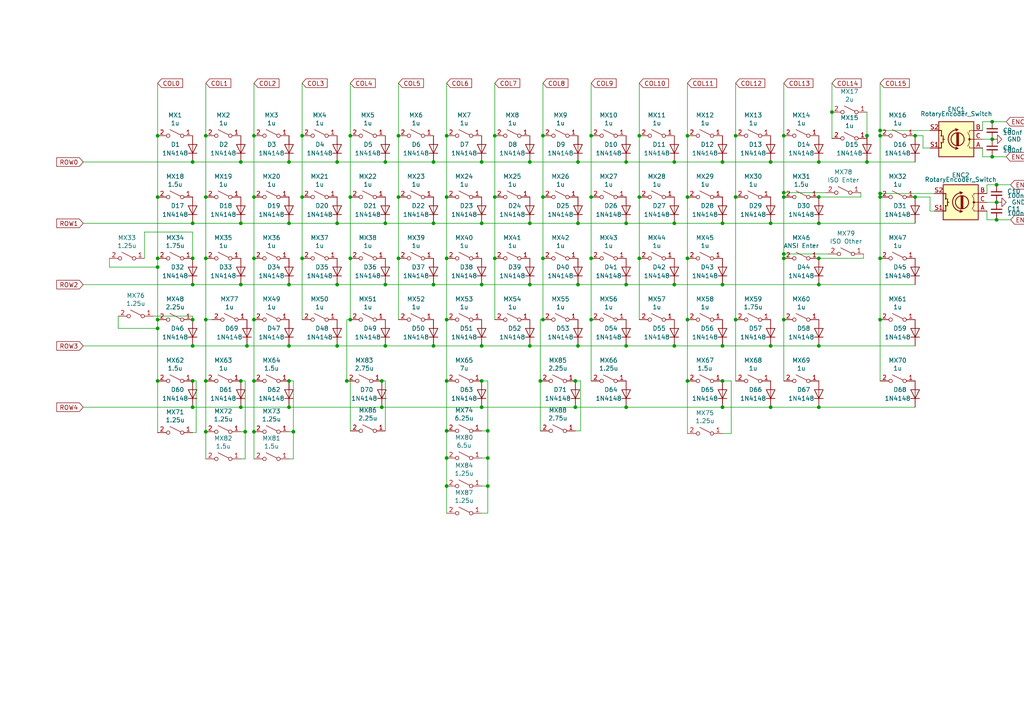
<source format=kicad_sch>
(kicad_sch (version 20220104) (generator eeschema)
  (paper "A4")
  (title_block (title "Bakeneko 65 V3") (date "2020-08-01") (rev "1") (comment 1 "Copyright © 2020 kkatano") (comment 2 "MIT License"))
  (junction (at 195.58 100.33))
  (junction (at 83.82 118.11))
  (junction (at 171.45 57.15))
  (junction (at 181.61 46.99))
  (junction (at 59.69 57.15))
  (junction (at 125.73 82.55))
  (junction (at 287.782 40.386))
  (junction (at 255.27 57.15))
  (junction (at 237.49 74.93))
  (junction (at 213.36 57.15))
  (junction (at 209.55 82.55))
  (junction (at 141.478 124.968))
  (junction (at 71.12 125.222))
  (junction (at 213.36 92.71))
  (junction (at 167.64 64.77))
  (junction (at 59.69 74.93))
  (junction (at 227.33 55.88))
  (junction (at 255.27 92.71))
  (junction (at 209.55 100.33))
  (junction (at 45.72 39.37))
  (junction (at 265.43 57.15))
  (junction (at 223.52 100.33))
  (junction (at 55.88 110.49))
  (junction (at 71.628 100.33))
  (junction (at 87.63 74.93))
  (junction (at 55.88 92.71))
  (junction (at 45.72 74.93))
  (junction (at 97.79 82.55))
  (junction (at 237.49 118.11))
  (junction (at 289.052 58.674))
  (junction (at 73.66 39.37))
  (junction (at 69.85 118.11))
  (junction (at 101.6 39.37))
  (junction (at 110.744 110.49))
  (junction (at 199.39 110.49))
  (junction (at 199.39 57.15))
  (junction (at 157.48 39.37))
  (junction (at 157.48 57.15))
  (junction (at 251.46 39.37))
  (junction (at 125.73 64.77))
  (junction (at 185.42 39.37))
  (junction (at 97.79 64.77))
  (junction (at 55.88 74.93))
  (junction (at 59.69 92.71))
  (junction (at 153.67 82.55))
  (junction (at 55.88 64.77))
  (junction (at 87.63 39.37))
  (junction (at 100.584 110.49))
  (junction (at 167.64 46.99))
  (junction (at 59.69 110.49))
  (junction (at 129.54 124.968))
  (junction (at 223.52 64.77))
  (junction (at 223.52 118.11))
  (junction (at 73.66 74.93))
  (junction (at 195.58 64.77))
  (junction (at 143.51 57.15))
  (junction (at 139.7 100.33))
  (junction (at 227.33 74.93))
  (junction (at 255.27 39.37))
  (junction (at 69.85 46.99))
  (junction (at 209.55 64.77))
  (junction (at 125.73 46.99))
  (junction (at 167.64 100.33))
  (junction (at 83.82 64.77))
  (junction (at 125.73 100.33))
  (junction (at 251.46 46.99))
  (junction (at 139.7 46.99))
  (junction (at 97.79 100.33))
  (junction (at 181.61 82.55))
  (junction (at 156.718 110.49))
  (junction (at 55.88 100.33))
  (junction (at 69.85 64.77))
  (junction (at 237.49 57.15))
  (junction (at 287.782 45.466))
  (junction (at 141.478 140.97))
  (junction (at 111.76 46.99))
  (junction (at 181.61 100.33))
  (junction (at 111.76 64.77))
  (junction (at 265.43 39.37))
  (junction (at 199.39 39.37))
  (junction (at 287.782 35.306))
  (junction (at 141.478 132.842))
  (junction (at 83.82 46.99))
  (junction (at 129.54 140.97))
  (junction (at 97.79 46.99))
  (junction (at 139.7 118.11))
  (junction (at 143.51 39.37))
  (junction (at 73.66 125.222))
  (junction (at 55.88 82.55))
  (junction (at 237.49 100.33))
  (junction (at 181.61 64.77))
  (junction (at 209.55 46.99))
  (junction (at 45.72 92.71))
  (junction (at 110.744 118.11))
  (junction (at 73.66 110.49))
  (junction (at 101.6 74.93))
  (junction (at 129.54 110.49))
  (junction (at 227.33 73.66))
  (junction (at 181.61 118.11))
  (junction (at 45.72 57.15))
  (junction (at 241.3 32.512))
  (junction (at 213.36 39.37))
  (junction (at 166.878 110.49))
  (junction (at 227.33 57.15))
  (junction (at 83.82 110.49))
  (junction (at 195.58 46.99))
  (junction (at 45.72 110.49))
  (junction (at 195.58 82.55))
  (junction (at 59.69 125.222))
  (junction (at 45.72 77.47))
  (junction (at 87.63 57.15))
  (junction (at 55.88 46.99))
  (junction (at 83.82 100.33))
  (junction (at 129.54 132.842))
  (junction (at 289.052 53.594))
  (junction (at 223.52 46.99))
  (junction (at 69.85 110.49))
  (junction (at 111.76 100.33))
  (junction (at 83.82 82.55))
  (junction (at 129.54 39.37))
  (junction (at 157.48 92.71))
  (junction (at 209.55 110.49))
  (junction (at 185.42 74.93))
  (junction (at 139.7 110.49))
  (junction (at 153.67 46.99))
  (junction (at 55.88 118.11))
  (junction (at 69.85 82.55))
  (junction (at 209.55 118.11))
  (junction (at 199.39 92.71))
  (junction (at 289.052 63.754))
  (junction (at 199.39 74.93))
  (junction (at 166.878 118.11))
  (junction (at 101.6 92.71))
  (junction (at 157.48 74.93))
  (junction (at 139.7 82.55))
  (junction (at 115.57 74.93))
  (junction (at 111.76 82.55))
  (junction (at 227.33 92.71))
  (junction (at 185.42 57.15))
  (junction (at 45.72 95.25))
  (junction (at 143.51 74.93))
  (junction (at 115.57 39.37))
  (junction (at 171.45 74.93))
  (junction (at 115.57 57.15))
  (junction (at 129.54 57.15))
  (junction (at 237.49 46.99))
  (junction (at 255.27 37.846))
  (junction (at 255.27 56.134))
  (junction (at 101.6 57.15))
  (junction (at 237.49 64.77))
  (junction (at 129.54 92.71))
  (junction (at 171.45 92.71))
  (junction (at 167.64 82.55))
  (junction (at 129.54 74.93))
  (junction (at 227.33 39.37))
  (junction (at 153.67 64.77))
  (junction (at 139.7 64.77))
  (junction (at 237.49 82.55))
  (junction (at 153.67 100.33))
  (junction (at 171.45 39.37))
  (junction (at 255.27 74.93))
  (junction (at 73.66 92.71))
  (junction (at 73.66 57.15))
  (junction (at 85.09 125.222))
  (junction (at 59.69 39.37))
  (wire (pts (xy 31.75 74.93) (xy 31.75 77.47)))
  (wire (pts (xy 125.73 46.99) (xy 111.76 46.99)))
  (wire (pts (xy 237.49 46.99) (xy 223.52 46.99)))
  (wire (pts (xy 185.42 57.15) (xy 185.42 74.93)))
  (wire (pts (xy 241.3 32.512) (xy 241.3 40.132)))
  (wire (pts (xy 139.7 124.968) (xy 141.478 124.968)))
  (wire (pts (xy 199.39 110.49) (xy 199.39 125.73)))
  (wire (pts (xy 100.584 92.71) (xy 101.6 92.71)))
  (wire (pts (xy 73.66 125.222) (xy 73.66 133.096)))
  (wire (pts (xy 45.72 77.47) (xy 45.72 92.71)))
  (wire (pts (xy 55.88 64.77) (xy 24.13 64.77)))
  (wire (pts (xy 199.39 92.71) (xy 199.39 74.93)))
  (wire (pts (xy 181.61 64.77) (xy 195.58 64.77)))
  (wire (pts (xy 227.33 92.71) (xy 227.33 74.93)))
  (wire (pts (xy 227.33 39.37) (xy 227.33 55.88)))
  (wire (pts (xy 255.27 56.134) (xy 271.018 56.134)))
  (wire (pts (xy 157.48 57.15) (xy 157.48 39.37)))
  (wire (pts (xy 139.7 132.842) (xy 141.478 132.842)))
  (wire (pts (xy 24.13 100.33) (xy 55.88 100.33)))
  (wire (pts (xy 129.54 74.93) (xy 129.54 92.71)))
  (wire (pts (xy 213.36 92.71) (xy 213.36 110.49)))
  (wire (pts (xy 199.39 74.93) (xy 199.39 57.15)))
  (wire (pts (xy 153.67 82.55) (xy 139.7 82.55)))
  (wire (pts (xy 171.45 74.93) (xy 171.45 92.71)))
  (wire (pts (xy 209.55 82.55) (xy 195.58 82.55)))
  (wire (pts (xy 223.52 64.77) (xy 237.49 64.77)))
  (wire (pts (xy 251.46 32.512) (xy 251.46 39.37)))
  (wire (pts (xy 87.63 74.93) (xy 87.63 57.15)))
  (wire (pts (xy 209.55 125.73) (xy 212.09 125.73)))
  (wire (pts (xy 59.69 92.71) (xy 61.468 92.71)))
  (wire (pts (xy 129.54 132.842) (xy 129.54 140.97)))
  (wire (pts (xy 250.444 74.93) (xy 237.49 74.93)))
  (wire (pts (xy 156.718 110.49) (xy 156.718 92.71)))
  (wire (pts (xy 69.85 125.222) (xy 71.12 125.222)))
  (wire (pts (xy 265.43 46.99) (xy 251.46 46.99)))
  (wire (pts (xy 227.33 57.15) (xy 227.33 73.66)))
  (wire (pts (xy 24.13 118.11) (xy 55.88 118.11)))
  (wire (pts (xy 156.718 92.71) (xy 157.48 92.71)))
  (wire (pts (xy 153.67 46.99) (xy 139.7 46.99)))
  (wire (pts (xy 24.13 46.99) (xy 55.88 46.99)))
  (wire (pts (xy 212.09 110.49) (xy 209.55 110.49)))
  (wire (pts (xy 157.48 39.37) (xy 157.48 24.13)))
  (wire (pts (xy 101.6 124.968) (xy 101.6 110.49)))
  (wire (pts (xy 237.49 64.77) (xy 265.43 64.77)))
  (wire (pts (xy 125.73 100.33) (xy 139.7 100.33)))
  (wire (pts (xy 115.57 74.93) (xy 115.57 57.15)))
  (wire (pts (xy 110.744 118.11) (xy 83.82 118.11)))
  (wire (pts (xy 195.58 46.99) (xy 181.61 46.99)))
  (wire (pts (xy 286.258 58.674) (xy 289.052 58.674)))
  (wire (pts (xy 166.878 110.49) (xy 168.402 110.49)))
  (wire (pts (xy 24.13 82.55) (xy 55.88 82.55)))
  (wire (pts (xy 255.27 24.13) (xy 255.27 37.846)))
  (wire (pts (xy 223.52 46.99) (xy 209.55 46.99)))
  (wire (pts (xy 45.72 110.49) (xy 45.72 125.476)))
  (wire (pts (xy 139.7 140.97) (xy 141.478 140.97)))
  (wire (pts (xy 55.88 100.33) (xy 71.628 100.33)))
  (wire (pts (xy 97.79 100.33) (xy 111.76 100.33)))
  (wire (pts (xy 181.61 118.11) (xy 209.55 118.11)))
  (wire (pts (xy 241.3 24.13) (xy 241.3 32.512)))
  (wire (pts (xy 129.54 24.13) (xy 129.54 39.37)))
  (wire (pts (xy 209.55 82.55) (xy 237.49 82.55)))
  (wire (pts (xy 269.748 57.15) (xy 265.43 57.15)))
  (wire (pts (xy 101.6 39.37) (xy 101.6 57.15)))
  (wire (pts (xy 227.33 55.88) (xy 227.33 57.15)))
  (wire (pts (xy 289.052 58.674) (xy 289.306 58.674)))
  (wire (pts (xy 125.73 82.55) (xy 111.76 82.55)))
  (wire (pts (xy 73.66 92.71) (xy 73.66 110.49)))
  (wire (pts (xy 171.45 24.13) (xy 171.45 39.37)))
  (wire (pts (xy 129.54 140.97) (xy 129.54 148.844)))
  (wire (pts (xy 199.39 57.15) (xy 199.39 39.37)))
  (wire (pts (xy 157.48 74.93) (xy 157.48 57.15)))
  (wire (pts (xy 223.52 118.11) (xy 209.55 118.11)))
  (wire (pts (xy 249.682 55.88) (xy 249.682 57.15)))
  (wire (pts (xy 31.75 77.47) (xy 45.72 77.47)))
  (wire (pts (xy 157.48 92.71) (xy 157.48 74.93)))
  (wire (pts (xy 284.988 40.386) (xy 287.782 40.386)))
  (wire (pts (xy 45.72 74.93) (xy 45.72 77.47)))
  (wire (pts (xy 271.018 61.214) (xy 269.748 61.214)))
  (wire (pts (xy 59.69 74.93) (xy 59.69 92.71)))
  (wire (pts (xy 101.6 57.15) (xy 101.6 74.93)))
  (wire (pts (xy 255.27 92.71) (xy 255.27 110.49)))
  (wire (pts (xy 55.88 67.31) (xy 55.88 74.93)))
  (wire (pts (xy 100.584 110.49) (xy 100.584 92.71)))
  (wire (pts (xy 213.36 24.13) (xy 213.36 39.37)))
  (wire (pts (xy 237.49 100.33) (xy 265.43 100.33)))
  (wire (pts (xy 141.478 148.844) (xy 139.7 148.844)))
  (wire (pts (xy 115.57 57.15) (xy 115.57 39.37)))
  (wire (pts (xy 166.878 118.11) (xy 139.7 118.11)))
  (wire (pts (xy 111.76 64.77) (xy 125.73 64.77)))
  (wire (pts (xy 255.27 56.134) (xy 255.27 57.15)))
  (wire (pts (xy 141.478 110.49) (xy 141.478 124.968)))
  (wire (pts (xy 59.69 92.71) (xy 59.69 110.49)))
  (wire (pts (xy 69.85 46.99) (xy 55.88 46.99)))
  (wire (pts (xy 41.91 67.31) (xy 55.88 67.31)))
  (wire (pts (xy 223.52 100.33) (xy 237.49 100.33)))
  (wire (pts (xy 269.748 42.926) (xy 267.716 42.926)))
  (wire (pts (xy 168.402 110.49) (xy 168.402 124.968)))
  (wire (pts (xy 167.64 46.99) (xy 153.67 46.99)))
  (wire (pts (xy 227.33 73.66) (xy 227.33 74.93)))
  (wire (pts (xy 115.57 92.71) (xy 115.57 74.93)))
  (wire (pts (xy 45.72 24.13) (xy 45.72 39.37)))
  (wire (pts (xy 291.846 35.306) (xy 287.782 35.306)))
  (wire (pts (xy 293.116 53.594) (xy 289.052 53.594)))
  (wire (pts (xy 167.64 64.77) (xy 181.61 64.77)))
  (wire (pts (xy 227.33 55.88) (xy 239.522 55.88)))
  (wire (pts (xy 251.46 46.99) (xy 237.49 46.99)))
  (wire (pts (xy 87.63 39.37) (xy 87.63 24.13)))
  (wire (pts (xy 209.55 64.77) (xy 223.52 64.77)))
  (wire (pts (xy 284.988 35.306) (xy 284.988 37.846)))
  (wire (pts (xy 227.33 24.13) (xy 227.33 39.37)))
  (wire (pts (xy 73.66 74.93) (xy 73.66 92.71)))
  (wire (pts (xy 209.55 100.33) (xy 223.52 100.33)))
  (wire (pts (xy 83.82 100.33) (xy 97.79 100.33)))
  (wire (pts (xy 85.09 110.49) (xy 83.82 110.49)))
  (wire (pts (xy 167.64 100.33) (xy 181.61 100.33)))
  (wire (pts (xy 69.85 118.11) (xy 55.88 118.11)))
  (wire (pts (xy 45.72 92.71) (xy 45.72 95.25)))
  (wire (pts (xy 195.58 82.55) (xy 181.61 82.55)))
  (wire (pts (xy 269.748 61.214) (xy 269.748 57.15)))
  (wire (pts (xy 195.58 100.33) (xy 209.55 100.33)))
  (wire (pts (xy 73.66 110.49) (xy 73.66 125.222)))
  (wire (pts (xy 45.72 39.37) (xy 45.72 57.15)))
  (wire (pts (xy 125.73 64.77) (xy 139.7 64.77)))
  (wire (pts (xy 129.54 57.15) (xy 129.54 74.93)))
  (wire (pts (xy 34.29 91.694) (xy 34.29 95.25)))
  (wire (pts (xy 115.57 39.37) (xy 115.57 24.13)))
  (wire (pts (xy 129.54 92.71) (xy 129.54 110.49)))
  (wire (pts (xy 34.29 95.25) (xy 45.72 95.25)))
  (wire (pts (xy 171.45 39.37) (xy 171.45 57.15)))
  (wire (pts (xy 73.66 39.37) (xy 73.66 57.15)))
  (wire (pts (xy 181.61 82.55) (xy 167.64 82.55)))
  (wire (pts (xy 156.718 110.49) (xy 156.718 124.968)))
  (wire (pts (xy 286.258 63.754) (xy 286.258 61.214)))
  (wire (pts (xy 237.49 118.11) (xy 223.52 118.11)))
  (wire (pts (xy 83.82 118.11) (xy 69.85 118.11)))
  (wire (pts (xy 85.09 110.49) (xy 85.09 125.222)))
  (wire (pts (xy 199.39 39.37) (xy 199.39 24.13)))
  (wire (pts (xy 143.51 57.15) (xy 143.51 39.37)))
  (wire (pts (xy 69.85 133.096) (xy 71.12 133.096)))
  (wire (pts (xy 101.6 24.13) (xy 101.6 39.37)))
  (wire (pts (xy 87.63 57.15) (xy 87.63 39.37)))
  (wire (pts (xy 168.402 124.968) (xy 166.878 124.968)))
  (wire (pts (xy 143.51 39.37) (xy 143.51 24.13)))
  (wire (pts (xy 139.7 100.33) (xy 153.67 100.33)))
  (wire (pts (xy 87.63 92.71) (xy 87.63 74.93)))
  (wire (pts (xy 83.82 46.99) (xy 69.85 46.99)))
  (wire (pts (xy 83.82 133.096) (xy 85.09 133.096)))
  (wire (pts (xy 250.444 73.66) (xy 250.444 74.93)))
  (wire (pts (xy 45.72 95.25) (xy 45.72 110.49)))
  (wire (pts (xy 287.782 40.386) (xy 288.036 40.386)))
  (wire (pts (xy 69.85 82.55) (xy 55.88 82.55)))
  (wire (pts (xy 209.55 46.99) (xy 195.58 46.99)))
  (wire (pts (xy 59.69 125.222) (xy 59.69 133.096)))
  (wire (pts (xy 141.478 132.842) (xy 141.478 140.97)))
  (wire (pts (xy 199.39 110.49) (xy 199.39 92.71)))
  (wire (pts (xy 181.61 118.11) (xy 166.878 118.11)))
  (wire (pts (xy 267.716 42.926) (xy 267.716 39.37)))
  (wire (pts (xy 83.82 64.77) (xy 97.79 64.77)))
  (wire (pts (xy 85.09 125.222) (xy 85.09 133.096)))
  (wire (pts (xy 286.258 63.754) (xy 289.052 63.754)))
  (wire (pts (xy 111.76 82.55) (xy 97.79 82.55)))
  (wire (pts (xy 185.42 74.93) (xy 185.42 92.71)))
  (wire (pts (xy 255.27 37.846) (xy 269.748 37.846)))
  (wire (pts (xy 287.782 35.306) (xy 284.988 35.306)))
  (wire (pts (xy 71.12 125.222) (xy 71.12 110.49)))
  (wire (pts (xy 97.79 64.77) (xy 111.76 64.77)))
  (wire (pts (xy 212.09 125.73) (xy 212.09 110.49)))
  (wire (pts (xy 111.76 110.49) (xy 110.744 110.49)))
  (wire (pts (xy 83.82 125.222) (xy 85.09 125.222)))
  (wire (pts (xy 111.76 124.968) (xy 111.76 110.49)))
  (wire (pts (xy 71.628 100.33) (xy 83.82 100.33)))
  (wire (pts (xy 185.42 24.13) (xy 185.42 39.37)))
  (wire (pts (xy 41.91 74.93) (xy 41.91 67.31)))
  (wire (pts (xy 59.69 110.49) (xy 59.69 125.222)))
  (wire (pts (xy 265.43 82.55) (xy 237.49 82.55)))
  (wire (pts (xy 97.79 82.55) (xy 83.82 82.55)))
  (wire (pts (xy 249.682 57.15) (xy 237.49 57.15)))
  (wire (pts (xy 195.58 64.77) (xy 209.55 64.77)))
  (wire (pts (xy 284.988 45.466) (xy 287.782 45.466)))
  (wire (pts (xy 139.7 46.99) (xy 125.73 46.99)))
  (wire (pts (xy 293.116 63.754) (xy 289.052 63.754)))
  (wire (pts (xy 289.052 53.594) (xy 286.258 53.594)))
  (wire (pts (xy 101.6 74.93) (xy 101.6 92.71)))
  (wire (pts (xy 227.33 110.49) (xy 227.33 92.71)))
  (wire (pts (xy 59.69 57.15) (xy 59.69 39.37)))
  (wire (pts (xy 129.54 124.968) (xy 129.54 132.842)))
  (wire (pts (xy 237.49 118.11) (xy 265.43 118.11)))
  (wire (pts (xy 111.76 100.33) (xy 125.73 100.33)))
  (wire (pts (xy 141.478 124.968) (xy 141.478 132.842)))
  (wire (pts (xy 71.12 110.49) (xy 69.85 110.49)))
  (wire (pts (xy 153.67 100.33) (xy 167.64 100.33)))
  (wire (pts (xy 181.61 46.99) (xy 167.64 46.99)))
  (wire (pts (xy 213.36 57.15) (xy 213.36 92.71)))
  (wire (pts (xy 69.85 64.77) (xy 83.82 64.77)))
  (wire (pts (xy 286.258 53.594) (xy 286.258 56.134)))
  (wire (pts (xy 143.51 92.71) (xy 143.51 74.93)))
  (wire (pts (xy 185.42 39.37) (xy 185.42 57.15)))
  (wire (pts (xy 171.45 57.15) (xy 171.45 74.93)))
  (wire (pts (xy 83.82 82.55) (xy 69.85 82.55)))
  (wire (pts (xy 153.67 64.77) (xy 167.64 64.77)))
  (wire (pts (xy 143.51 74.93) (xy 143.51 57.15)))
  (wire (pts (xy 45.72 57.15) (xy 45.72 74.93)))
  (wire (pts (xy 44.45 91.694) (xy 55.88 91.694)))
  (wire (pts (xy 255.27 37.846) (xy 255.27 39.37)))
  (wire (pts (xy 227.33 73.66) (xy 240.284 73.66)))
  (wire (pts (xy 56.896 110.49) (xy 55.88 110.49)))
  (wire (pts (xy 73.66 24.13) (xy 73.66 39.37)))
  (wire (pts (xy 55.88 91.694) (xy 55.88 92.71)))
  (wire (pts (xy 167.64 82.55) (xy 153.67 82.55)))
  (wire (pts (xy 129.54 110.49) (xy 129.54 124.968)))
  (wire (pts (xy 101.6 110.49) (xy 100.584 110.49)))
  (wire (pts (xy 111.76 46.99) (xy 97.79 46.99)))
  (wire (pts (xy 73.66 57.15) (xy 73.66 74.93)))
  (wire (pts (xy 141.478 140.97) (xy 141.478 148.844)))
  (wire (pts (xy 255.27 74.93) (xy 255.27 92.71)))
  (wire (pts (xy 56.896 125.476) (xy 56.896 110.49)))
  (wire (pts (xy 55.88 64.77) (xy 69.85 64.77)))
  (wire (pts (xy 55.88 125.476) (xy 56.896 125.476)))
  (wire (pts (xy 267.716 39.37) (xy 265.43 39.37)))
  (wire (pts (xy 213.36 39.37) (xy 213.36 57.15)))
  (wire (pts (xy 59.69 74.93) (xy 59.69 57.15)))
  (wire (pts (xy 129.54 39.37) (xy 129.54 57.15)))
  (wire (pts (xy 255.27 39.37) (xy 255.27 56.134)))
  (wire (pts (xy 71.12 133.096) (xy 71.12 125.222)))
  (wire (pts (xy 171.45 92.71) (xy 171.45 110.49)))
  (wire (pts (xy 139.7 118.11) (xy 110.744 118.11)))
  (wire (pts (xy 139.7 82.55) (xy 125.73 82.55)))
  (wire (pts (xy 181.61 100.33) (xy 195.58 100.33)))
  (wire (pts (xy 291.846 45.466) (xy 287.782 45.466)))
  (wire (pts (xy 251.46 39.37) (xy 251.46 40.132)))
  (wire (pts (xy 139.7 64.77) (xy 153.67 64.77)))
  (wire (pts (xy 139.7 110.49) (xy 141.478 110.49)))
  (wire (pts (xy 255.27 57.15) (xy 255.27 74.93)))
  (wire (pts (xy 97.79 46.99) (xy 83.82 46.99)))
  (wire (pts (xy 59.69 39.37) (xy 59.69 24.13)))
  (wire (pts (xy 284.988 45.466) (xy 284.988 42.926)))
  (global_label "COL5" (shape input) (at 115.57 24.13 0) (property "Intersheetrefs" "${INTERSHEET_REFS}" (at 0 0 0)))
  (global_label "COL9" (shape input) (at 171.45 24.13 0) (property "Intersheetrefs" "${INTERSHEET_REFS}" (at 0 0 0)))
  (global_label "COL10" (shape input) (at 185.42 24.13 0) (property "Intersheetrefs" "${INTERSHEET_REFS}" (at 0 0 0)))
  (global_label "COL1" (shape input) (at 59.69 24.13 0) (property "Intersheetrefs" "${INTERSHEET_REFS}" (at 0 0 0)))
  (global_label "COL15" (shape input) (at 255.27 24.13 0) (property "Intersheetrefs" "${INTERSHEET_REFS}" (at 0 0 0)))
  (global_label "ENC2B3" (shape input) (at 293.116 63.754 0) (property "Intersheetrefs" "${INTERSHEET_REFS}" (at 302.9012 63.754 0) (effects (justify left))))
  (global_label "COL12" (shape input) (at 213.36 24.13 0) (property "Intersheetrefs" "${INTERSHEET_REFS}" (at 0 0 0)))
  (global_label "COL13" (shape input) (at 227.33 24.13 0) (property "Intersheetrefs" "${INTERSHEET_REFS}" (at 0 0 0)))
  (global_label "COL7" (shape input) (at 143.51 24.13 0) (property "Intersheetrefs" "${INTERSHEET_REFS}" (at 0 0 0)))
  (global_label "ROW2" (shape input) (at 24.13 82.55 180) (property "Intersheetrefs" "${INTERSHEET_REFS}" (at 0 0 0)))
  (global_label "COL8" (shape input) (at 157.48 24.13 0) (property "Intersheetrefs" "${INTERSHEET_REFS}" (at 0 0 0)))
  (global_label "ROW0" (shape input) (at 24.13 46.99 180) (property "Intersheetrefs" "${INTERSHEET_REFS}" (at 0 0 0)))
  (global_label "ROW1" (shape input) (at 24.13 64.77 180) (property "Intersheetrefs" "${INTERSHEET_REFS}" (at 0 0 0)))
  (global_label "ROW3" (shape input) (at 24.13 100.33 180) (property "Intersheetrefs" "${INTERSHEET_REFS}" (at 0 0 0)))
  (global_label "COL4" (shape input) (at 101.6 24.13 0) (property "Intersheetrefs" "${INTERSHEET_REFS}" (at 0 0 0)))
  (global_label "COL6" (shape input) (at 129.54 24.13 0) (property "Intersheetrefs" "${INTERSHEET_REFS}" (at 0 0 0)))
  (global_label "ENC1B2" (shape input) (at 291.846 45.466 0) (property "Intersheetrefs" "${INTERSHEET_REFS}" (at 301.6312 45.466 0) (effects (justify left))))
  (global_label "COL14" (shape input) (at 241.3 24.13 0) (property "Intersheetrefs" "${INTERSHEET_REFS}" (at 0 0 0)))
  (global_label "COL11" (shape input) (at 199.39 24.13 0) (property "Intersheetrefs" "${INTERSHEET_REFS}" (at 0 0 0)))
  (global_label "COL0" (shape input) (at 45.72 24.13 0) (property "Intersheetrefs" "${INTERSHEET_REFS}" (at 0 0 0)))
  (global_label "COL3" (shape input) (at 87.63 24.13 0) (property "Intersheetrefs" "${INTERSHEET_REFS}" (at 0 0 0)))
  (global_label "ENC2B1" (shape input) (at 293.116 53.594 0) (property "Intersheetrefs" "${INTERSHEET_REFS}" (at 302.9012 53.594 0) (effects (justify left))))
  (global_label "ENC1B1" (shape input) (at 291.846 35.306 0) (property "Intersheetrefs" "${INTERSHEET_REFS}" (at 301.6312 35.306 0) (effects (justify left))))
  (global_label "ROW4" (shape input) (at 24.13 118.11 180) (property "Intersheetrefs" "${INTERSHEET_REFS}" (at 0 0 0)))
  (global_label "COL2" (shape input) (at 73.66 24.13 0) (property "Intersheetrefs" "${INTERSHEET_REFS}" (at 0 0 0)))
  (symbol (lib_id "Switch:SW_SPST") (at 50.8 57.15 0) (mirror y) (unit 1)
    (property "Reference" "MX18" (at 50.8 51.181 0))
    (property "Value" "1.5u" (at 50.8 53.4924 0))
    (property "Footprint" "MX_Alps_Hybrid:MX-1.5U-NoLED" (effects hide))
  )
  (symbol (lib_id "Switch:SW_SPST") (at 106.68 39.37 0) (mirror y) (unit 1)
    (property "Reference" "MX5" (at 106.68 33.401 0))
    (property "Value" "1u" (at 106.68 35.7124 0))
    (property "Footprint" "MX_Alps_Hybrid:MX-1U-NoLED" (effects hide))
  )
  (symbol (lib_id "Switch:SW_SPST") (at 36.83 74.93 0) (mirror y) (unit 1)
    (property "Reference" "MX33" (at 36.83 68.961 0))
    (property "Value" "1.25u" (at 36.83 71.2724 0))
    (property "Footprint" "MX_Alps_Hybrid:MX-1.25U-NoLED" (effects hide))
  )
  (symbol (lib_id "Switch:SW_SPST") (at 246.38 32.512 0) (mirror y) (unit 1)
    (property "Reference" "MX17" (at 246.38 26.543 0))
    (property "Value" "2u" (at 246.38 28.8544 0))
    (property "Footprint" "MX_Alps_Hybrid:MX-2U-NoLED" (effects hide))
  )
  (symbol (lib_id "Switch:SW_SPST") (at 204.47 125.73 0) (mirror y) (unit 1)
    (property "Reference" "MX75" (at 204.47 119.761 0))
    (property "Value" "1.25u" (at 204.47 122.0724 0))
    (property "Footprint" "MX_Alps_Hybrid:MX-1.25U-NoLED" (effects hide))
  )
  (symbol (lib_id "Switch:SW_SPST") (at 50.8 74.93 0) (mirror y) (unit 1)
    (property "Reference" "MX34" (at 50.8 68.961 0))
    (property "Value" "1.75u" (at 50.8 71.2724 0))
    (property "Footprint" "MX_Alps_Hybrid:MX-1.75U-NoLED" (effects hide))
  )
  (symbol (lib_id "Switch:SW_SPST") (at 50.8 92.71 0) (mirror y) (unit 1)
    (property "Reference" "MX48" (at 50.8 86.741 0))
    (property "Value" "2.25u" (at 50.8 89.0524 0))
    (property "Footprint" "MX_Alps_Hybrid:MX-2.25U-NoLED" (effects hide))
  )
  (symbol (lib_id "Device:D") (at 265.43 114.3 90) (unit 1)
    (property "Reference" "D68" (at 259.08 113.03 90) (effects (justify right)))
    (property "Value" "1N4148" (at 256.54 115.57 90) (effects (justify right)))
    (property "Footprint" "KeyboardParts:D_SOD-123-Pretty" (effects hide))
    (property "LCSC Part #" "C81598" (effects hide))
  )
  (symbol (lib_id "Switch:SW_SPST") (at 260.35 110.49 0) (mirror y) (unit 1)
    (property "Reference" "MX70" (at 260.35 104.521 0))
    (property "Value" "1u" (at 260.35 106.8324 0))
    (property "Footprint" "MX_Alps_Hybrid:MX-1U-NoLED" (effects hide))
  )
  (symbol (lib_id "Device:D") (at 237.49 114.3 90) (unit 1)
    (property "Reference" "D67" (at 231.14 113.03 90) (effects (justify right)))
    (property "Value" "1N4148" (at 228.6 115.57 90) (effects (justify right)))
    (property "Footprint" "KeyboardParts:D_SOD-123-Pretty" (effects hide))
    (property "LCSC Part #" "C81598" (effects hide))
  )
  (symbol (lib_id "Switch:SW_SPST") (at 232.41 110.49 0) (mirror y) (unit 1)
    (property "Reference" "MX69" (at 232.41 104.521 0))
    (property "Value" "1u" (at 232.41 106.8324 0))
    (property "Footprint" "MX_Alps_Hybrid:MX-1U-NoLED" (effects hide))
  )
  (symbol (lib_id "Device:D") (at 223.52 114.3 90) (unit 1)
    (property "Reference" "D66" (at 217.17 113.03 90) (effects (justify right)))
    (property "Value" "1N4148" (at 214.63 115.57 90) (effects (justify right)))
    (property "Footprint" "KeyboardParts:D_SOD-123-Pretty" (effects hide))
    (property "LCSC Part #" "C81598" (effects hide))
  )
  (symbol (lib_id "Switch:SW_SPST") (at 218.44 110.49 0) (mirror y) (unit 1)
    (property "Reference" "MX68" (at 218.44 104.521 0))
    (property "Value" "1u" (at 218.44 106.8324 0))
    (property "Footprint" "MX_Alps_Hybrid:MX-1U-NoLED" (effects hide))
  )
  (symbol (lib_id "Device:D") (at 209.55 114.3 90) (unit 1)
    (property "Reference" "D65" (at 203.2 113.03 90) (effects (justify right)))
    (property "Value" "1N4148" (at 200.66 115.57 90) (effects (justify right)))
    (property "Footprint" "KeyboardParts:D_SOD-123-Pretty" (effects hide))
    (property "LCSC Part #" "C81598" (effects hide))
  )
  (symbol (lib_id "Switch:SW_SPST") (at 204.47 110.49 0) (mirror y) (unit 1)
    (property "Reference" "MX67" (at 204.47 104.521 0))
    (property "Value" "1.5u" (at 204.47 106.8324 0))
    (property "Footprint" "MX_Alps_Hybrid:MX-1.5U-NoLED" (effects hide))
  )
  (symbol (lib_id "Device:D") (at 181.61 114.3 90) (unit 1)
    (property "Reference" "D64" (at 175.26 113.03 90) (effects (justify right)))
    (property "Value" "1N4148" (at 172.72 115.57 90) (effects (justify right)))
    (property "Footprint" "KeyboardParts:D_SOD-123-Pretty" (effects hide))
    (property "LCSC Part #" "C81598" (effects hide))
  )
  (symbol (lib_id "Switch:SW_SPST") (at 176.53 110.49 0) (mirror y) (unit 1)
    (property "Reference" "MX66" (at 176.53 104.521 0))
    (property "Value" "1.25u" (at 176.53 106.8324 0))
    (property "Footprint" "MX_Alps_Hybrid:MX-1.25U-NoLED" (effects hide))
  )
  (symbol (lib_id "Device:D") (at 139.7 114.3 90) (unit 1)
    (property "Reference" "D63" (at 133.35 113.03 90) (effects (justify right)))
    (property "Value" "1N4148" (at 130.81 115.57 90) (effects (justify right)))
    (property "Footprint" "KeyboardParts:D_SOD-123-Pretty" (effects hide))
    (property "LCSC Part #" "C81598" (effects hide))
  )
  (symbol (lib_id "Switch:SW_SPST") (at 134.62 110.49 0) (mirror y) (unit 1)
    (property "Reference" "MX65" (at 134.62 104.521 0))
    (property "Value" "7u" (at 134.62 106.8324 0))
    (property "Footprint" "MX_Alps_Hybrid:MX-7U-ReversedStabilizers-NoLED" (effects hide))
  )
  (symbol (lib_id "Device:D") (at 83.82 114.3 90) (unit 1)
    (property "Reference" "D62" (at 77.47 113.03 90) (effects (justify right)))
    (property "Value" "1N4148" (at 74.93 115.57 90) (effects (justify right)))
    (property "Footprint" "KeyboardParts:D_SOD-123-Pretty" (effects hide))
    (property "LCSC Part #" "C81598" (effects hide))
  )
  (symbol (lib_id "Switch:SW_SPST") (at 78.74 110.49 0) (mirror y) (unit 1)
    (property "Reference" "MX64" (at 78.74 104.521 0))
    (property "Value" "1.5u" (at 78.74 106.8324 0))
    (property "Footprint" "MX_Alps_Hybrid:MX-1.5U-NoLED" (effects hide))
  )
  (symbol (lib_id "Device:D") (at 69.85 114.3 90) (unit 1)
    (property "Reference" "D61" (at 63.5 113.03 90) (effects (justify right)))
    (property "Value" "1N4148" (at 60.96 115.57 90) (effects (justify right)))
    (property "Footprint" "KeyboardParts:D_SOD-123-Pretty" (effects hide))
    (property "LCSC Part #" "C81598" (effects hide))
  )
  (symbol (lib_id "Switch:SW_SPST") (at 64.77 110.49 0) (mirror y) (unit 1)
    (property "Reference" "MX63" (at 64.77 104.521 0))
    (property "Value" "1u" (at 64.77 106.8324 0))
    (property "Footprint" "MX_Alps_Hybrid:MX-1U-NoLED" (effects hide))
  )
  (symbol (lib_id "Device:D") (at 55.88 114.3 90) (unit 1)
    (property "Reference" "D60" (at 49.53 113.03 90) (effects (justify right)))
    (property "Value" "1N4148" (at 46.99 115.57 90) (effects (justify right)))
    (property "Footprint" "KeyboardParts:D_SOD-123-Pretty" (effects hide))
    (property "LCSC Part #" "C81598" (effects hide))
  )
  (symbol (lib_id "Switch:SW_SPST") (at 50.8 110.49 0) (mirror y) (unit 1)
    (property "Reference" "MX62" (at 50.8 104.521 0))
    (property "Value" "1.5u" (at 50.8 106.8324 0))
    (property "Footprint" "MX_Alps_Hybrid:MX-1.5U-NoLED" (effects hide))
  )
  (symbol (lib_id "Device:D") (at 265.43 96.52 90) (unit 1)
    (property "Reference" "D59" (at 259.08 95.25 90) (effects (justify right)))
    (property "Value" "1N4148" (at 256.54 97.79 90) (effects (justify right)))
    (property "Footprint" "KeyboardParts:D_SOD-123-Pretty" (effects hide))
    (property "LCSC Part #" "C81598" (effects hide))
  )
  (symbol (lib_id "Switch:SW_SPST") (at 260.35 92.71 0) (mirror y) (unit 1)
    (property "Reference" "MX61" (at 260.35 86.741 0))
    (property "Value" "1u" (at 260.35 89.0524 0))
    (property "Footprint" "MX_Alps_Hybrid:MX-1U-NoLED" (effects hide))
  )
  (symbol (lib_id "Device:D") (at 237.49 96.52 90) (unit 1)
    (property "Reference" "D58" (at 231.14 95.25 90) (effects (justify right)))
    (property "Value" "1N4148" (at 228.6 97.79 90) (effects (justify right)))
    (property "Footprint" "KeyboardParts:D_SOD-123-Pretty" (effects hide))
    (property "LCSC Part #" "C81598" (effects hide))
  )
  (symbol (lib_id "Switch:SW_SPST") (at 232.41 92.71 0) (mirror y) (unit 1)
    (property "Reference" "MX60" (at 232.41 86.741 0))
    (property "Value" "1u" (at 232.41 89.0524 0))
    (property "Footprint" "MX_Alps_Hybrid:MX-1U-NoLED" (effects hide))
  )
  (symbol (lib_id "Device:D") (at 223.52 96.52 90) (unit 1)
    (property "Reference" "D57" (at 217.17 95.25 90) (effects (justify right)))
    (property "Value" "1N4148" (at 214.63 97.79 90) (effects (justify right)))
    (property "Footprint" "KeyboardParts:D_SOD-123-Pretty" (effects hide))
    (property "LCSC Part #" "C81598" (effects hide))
  )
  (symbol (lib_id "Switch:SW_SPST") (at 218.44 92.71 0) (mirror y) (unit 1)
    (property "Reference" "MX59" (at 218.44 86.741 0))
    (property "Value" "1.75u" (at 218.44 89.0524 0))
    (property "Footprint" "MX_Alps_Hybrid:MX-1.75U-NoLED" (effects hide))
  )
  (symbol (lib_id "Device:D") (at 209.55 96.52 90) (unit 1)
    (property "Reference" "D56" (at 203.2 95.25 90) (effects (justify right)))
    (property "Value" "1N4148" (at 200.66 97.79 90) (effects (justify right)))
    (property "Footprint" "KeyboardParts:D_SOD-123-Pretty" (effects hide))
    (property "LCSC Part #" "C81598" (effects hide))
  )
  (symbol (lib_id "Switch:SW_SPST") (at 204.47 92.71 0) (mirror y) (unit 1)
    (property "Reference" "MX58" (at 204.47 86.741 0))
    (property "Value" "1u" (at 204.47 89.0524 0))
    (property "Footprint" "Alps_Only:ALPS-1U" (effects hide))
  )
  (symbol (lib_id "Device:D") (at 195.58 96.52 90) (unit 1)
    (property "Reference" "D55" (at 189.23 95.25 90) (effects (justify right)))
    (property "Value" "1N4148" (at 186.69 97.79 90) (effects (justify right)))
    (property "Footprint" "KeyboardParts:D_SOD-123-Pretty" (effects hide))
    (property "LCSC Part #" "C81598" (effects hide))
  )
  (symbol (lib_id "Switch:SW_SPST") (at 190.5 92.71 0) (mirror y) (unit 1)
    (property "Reference" "MX57" (at 190.5 86.741 0))
    (property "Value" "1u" (at 190.5 89.0524 0))
    (property "Footprint" "Alps_Only:ALPS-1U" (effects hide))
  )
  (symbol (lib_id "Device:D") (at 181.61 96.52 90) (unit 1)
    (property "Reference" "D54" (at 175.26 95.25 90) (effects (justify right)))
    (property "Value" "1N4148" (at 172.72 97.79 90) (effects (justify right)))
    (property "Footprint" "KeyboardParts:D_SOD-123-Pretty" (effects hide))
    (property "LCSC Part #" "C81598" (effects hide))
  )
  (symbol (lib_id "Switch:SW_SPST") (at 176.53 92.71 0) (mirror y) (unit 1)
    (property "Reference" "MX56" (at 176.53 86.741 0))
    (property "Value" "1u" (at 176.53 89.0524 0))
    (property "Footprint" "Alps_Only:ALPS-1U" (effects hide))
  )
  (symbol (lib_id "Device:D") (at 167.64 96.52 90) (unit 1)
    (property "Reference" "D53" (at 161.29 95.25 90) (effects (justify right)))
    (property "Value" "1N4148" (at 158.75 97.79 90) (effects (justify right)))
    (property "Footprint" "KeyboardParts:D_SOD-123-Pretty" (effects hide))
    (property "LCSC Part #" "C81598" (effects hide))
  )
  (symbol (lib_id "Switch:SW_SPST") (at 162.56 92.71 0) (mirror y) (unit 1)
    (property "Reference" "MX55" (at 162.56 86.741 0))
    (property "Value" "1u" (at 162.56 89.0524 0))
    (property "Footprint" "Alps_Only:ALPS-1U" (effects hide))
  )
  (symbol (lib_id "Device:D") (at 153.67 96.52 90) (unit 1)
    (property "Reference" "D52" (at 147.32 95.25 90) (effects (justify right)))
    (property "Value" "1N4148" (at 144.78 97.79 90) (effects (justify right)))
    (property "Footprint" "KeyboardParts:D_SOD-123-Pretty" (effects hide))
    (property "LCSC Part #" "C81598" (effects hide))
  )
  (symbol (lib_id "Switch:SW_SPST") (at 148.59 92.71 0) (mirror y) (unit 1)
    (property "Reference" "MX54" (at 148.59 86.741 0))
    (property "Value" "1u" (at 148.59 89.0524 0))
    (property "Footprint" "Alps_Only:ALPS-1U" (effects hide))
  )
  (symbol (lib_id "Device:D") (at 139.7 96.52 90) (unit 1)
    (property "Reference" "D51" (at 133.35 95.25 90) (effects (justify right)))
    (property "Value" "1N4148" (at 130.81 97.79 90) (effects (justify right)))
    (property "Footprint" "KeyboardParts:D_SOD-123-Pretty" (effects hide))
    (property "LCSC Part #" "C81598" (effects hide))
  )
  (symbol (lib_id "Switch:SW_SPST") (at 134.62 92.71 0) (mirror y) (unit 1)
    (property "Reference" "MX53" (at 134.62 86.741 0))
    (property "Value" "1u" (at 134.62 89.0524 0))
    (property "Footprint" "Alps_Only:ALPS-1U" (effects hide))
  )
  (symbol (lib_id "Device:D") (at 125.73 96.52 90) (unit 1)
    (property "Reference" "D50" (at 119.38 95.25 90) (effects (justify right)))
    (property "Value" "1N4148" (at 116.84 97.79 90) (effects (justify right)))
    (property "Footprint" "KeyboardParts:D_SOD-123-Pretty" (effects hide))
    (property "LCSC Part #" "C81598" (effects hide))
  )
  (symbol (lib_id "Switch:SW_SPST") (at 120.65 92.71 0) (mirror y) (unit 1)
    (property "Reference" "MX52" (at 120.65 86.741 0))
    (property "Value" "1u" (at 120.65 89.0524 0))
    (property "Footprint" "Alps_Only:ALPS-1U" (effects hide))
  )
  (symbol (lib_id "Device:D") (at 111.76 96.52 90) (unit 1)
    (property "Reference" "D49" (at 105.41 95.25 90) (effects (justify right)))
    (property "Value" "1N4148" (at 102.87 97.79 90) (effects (justify right)))
    (property "Footprint" "KeyboardParts:D_SOD-123-Pretty" (effects hide))
    (property "LCSC Part #" "C81598" (effects hide))
  )
  (symbol (lib_id "Switch:SW_SPST") (at 106.68 92.71 0) (mirror y) (unit 1)
    (property "Reference" "MX51" (at 106.68 86.741 0))
    (property "Value" "1u" (at 106.68 89.0524 0))
    (property "Footprint" "Alps_Only:ALPS-1U" (effects hide))
  )
  (symbol (lib_id "Device:D") (at 97.79 96.52 90) (unit 1)
    (property "Reference" "D48" (at 91.44 95.25 90) (effects (justify right)))
    (property "Value" "1N4148" (at 88.9 97.79 90) (effects (justify right)))
    (property "Footprint" "KeyboardParts:D_SOD-123-Pretty" (effects hide))
    (property "LCSC Part #" "C81598" (effects hide))
  )
  (symbol (lib_id "Switch:SW_SPST") (at 92.71 92.71 0) (mirror y) (unit 1)
    (property "Reference" "MX50" (at 92.71 86.741 0))
    (property "Value" "1u" (at 92.71 89.0524 0))
    (property "Footprint" "Alps_Only:ALPS-1U" (effects hide))
  )
  (symbol (lib_id "Device:D") (at 83.82 96.52 90) (unit 1)
    (property "Reference" "D47" (at 77.47 95.25 90) (effects (justify right)))
    (property "Value" "1N4148" (at 74.93 97.79 90) (effects (justify right)))
    (property "Footprint" "KeyboardParts:D_SOD-123-Pretty" (effects hide))
    (property "LCSC Part #" "C81598" (effects hide))
  )
  (symbol (lib_id "Switch:SW_SPST") (at 78.74 92.71 0) (mirror y) (unit 1)
    (property "Reference" "MX49" (at 78.74 86.741 0))
    (property "Value" "1u" (at 78.74 89.0524 0))
    (property "Footprint" "MX_Alps_Hybrid:MX-1U-NoLED" (effects hide))
  )
  (symbol (lib_id "Device:D") (at 55.88 96.52 90) (unit 1)
    (property "Reference" "D46" (at 49.53 95.25 90) (effects (justify right)))
    (property "Value" "1N4148" (at 46.99 97.79 90) (effects (justify right)))
    (property "Footprint" "KeyboardParts:D_SOD-123-Pretty" (effects hide))
    (property "LCSC Part #" "C81598" (effects hide))
  )
  (symbol (lib_id "Device:D") (at 265.43 78.74 90) (unit 1)
    (property "Reference" "D45" (at 259.08 77.47 90) (effects (justify right)))
    (property "Value" "1N4148" (at 256.54 80.01 90) (effects (justify right)))
    (property "Footprint" "KeyboardParts:D_SOD-123-Pretty" (effects hide))
    (property "LCSC Part #" "C81598" (effects hide))
  )
  (symbol (lib_id "Switch:SW_SPST") (at 260.35 74.93 0) (mirror y) (unit 1)
    (property "Reference" "MX47" (at 260.35 68.961 0))
    (property "Value" "1u" (at 260.35 71.2724 0))
    (property "Footprint" "MX_Alps_Hybrid:MX-1U-NoLED" (effects hide))
  )
  (symbol (lib_id "Device:D") (at 237.49 78.74 90) (unit 1)
    (property "Reference" "D44" (at 231.14 77.47 90) (effects (justify right)))
    (property "Value" "1N4148" (at 228.6 80.01 90) (effects (justify right)))
    (property "Footprint" "KeyboardParts:D_SOD-123-Pretty" (effects hide))
    (property "LCSC Part #" "C81598" (effects hide))
  )
  (symbol (lib_id "Switch:SW_SPST") (at 232.41 74.93 0) (mirror y) (unit 1)
    (property "Reference" "MX46" (at 232.41 68.961 0))
    (property "Value" "ANSI Enter" (at 232.41 71.2724 0))
    (property "Footprint" "MX_Alps_Hybrid:MX-2.25U-NoLED" (effects hide))
  )
  (symbol (lib_id "Device:D") (at 209.55 78.74 90) (unit 1)
    (property "Reference" "D43" (at 203.2 77.47 90) (effects (justify right)))
    (property "Value" "1N4148" (at 200.66 80.01 90) (effects (justify right)))
    (property "Footprint" "KeyboardParts:D_SOD-123-Pretty" (effects hide))
    (property "LCSC Part #" "C81598" (effects hide))
  )
  (symbol (lib_id "Switch:SW_SPST") (at 204.47 74.93 0) (mirror y) (unit 1)
    (property "Reference" "MX45" (at 204.47 68.961 0))
    (property "Value" "1u" (at 204.47 71.2724 0))
    (property "Footprint" "Alps_Only:ALPS-1U" (effects hide))
  )
  (symbol (lib_id "Device:D") (at 195.58 78.74 90) (unit 1)
    (property "Reference" "D42" (at 189.23 77.47 90) (effects (justify right)))
    (property "Value" "1N4148" (at 186.69 80.01 90) (effects (justify right)))
    (property "Footprint" "KeyboardParts:D_SOD-123-Pretty" (effects hide))
    (property "LCSC Part #" "C81598" (effects hide))
  )
  (symbol (lib_id "Switch:SW_SPST") (at 190.5 74.93 0) (mirror y) (unit 1)
    (property "Reference" "MX44" (at 190.5 68.961 0))
    (property "Value" "1u" (at 190.5 71.2724 0))
    (property "Footprint" "Alps_Only:ALPS-1U" (effects hide))
  )
  (symbol (lib_id "Device:D") (at 181.61 78.74 90) (unit 1)
    (property "Reference" "D41" (at 175.26 77.47 90) (effects (justify right)))
    (property "Value" "1N4148" (at 172.72 80.01 90) (effects (justify right)))
    (property "Footprint" "KeyboardParts:D_SOD-123-Pretty" (effects hide))
    (property "LCSC Part #" "C81598" (effects hide))
  )
  (symbol (lib_id "Switch:SW_SPST") (at 176.53 74.93 0) (mirror y) (unit 1)
    (property "Reference" "MX43" (at 176.53 68.961 0))
    (property "Value" "1u" (at 176.53 71.2724 0))
    (property "Footprint" "Alps_Only:ALPS-1U" (effects hide))
  )
  (symbol (lib_id "Device:D") (at 167.64 78.74 90) (unit 1)
    (property "Reference" "D40" (at 161.29 77.47 90) (effects (justify right)))
    (property "Value" "1N4148" (at 158.75 80.01 90) (effects (justify right)))
    (property "Footprint" "KeyboardParts:D_SOD-123-Pretty" (effects hide))
    (property "LCSC Part #" "C81598" (effects hide))
  )
  (symbol (lib_id "Switch:SW_SPST") (at 162.56 74.93 0) (mirror y) (unit 1)
    (property "Reference" "MX42" (at 162.56 68.961 0))
    (property "Value" "1u" (at 162.56 71.2724 0))
    (property "Footprint" "Alps_Only:ALPS-1U" (effects hide))
  )
  (symbol (lib_id "Device:D") (at 153.67 78.74 90) (unit 1)
    (property "Reference" "D39" (at 147.32 77.47 90) (effects (justify right)))
    (property "Value" "1N4148" (at 144.78 80.01 90) (effects (justify right)))
    (property "Footprint" "KeyboardParts:D_SOD-123-Pretty" (effects hide))
    (property "LCSC Part #" "C81598" (effects hide))
  )
  (symbol (lib_id "Switch:SW_SPST") (at 148.59 74.93 0) (mirror y) (unit 1)
    (property "Reference" "MX41" (at 148.59 68.961 0))
    (property "Value" "1u" (at 148.59 71.2724 0))
    (property "Footprint" "Alps_Only:ALPS-1U" (effects hide))
  )
  (symbol (lib_id "Device:D") (at 139.7 78.74 90) (unit 1)
    (property "Reference" "D38" (at 133.35 77.47 90) (effects (justify right)))
    (property "Value" "1N4148" (at 130.81 80.01 90) (effects (justify right)))
    (property "Footprint" "KeyboardParts:D_SOD-123-Pretty" (effects hide))
    (property "LCSC Part #" "C81598" (effects hide))
  )
  (symbol (lib_id "Switch:SW_SPST") (at 134.62 74.93 0) (mirror y) (unit 1)
    (property "Reference" "MX40" (at 134.62 68.961 0))
    (property "Value" "1u" (at 134.62 71.2724 0))
    (property "Footprint" "Alps_Only:ALPS-1U" (effects hide))
  )
  (symbol (lib_id "Device:D") (at 125.73 78.74 90) (unit 1)
    (property "Reference" "D37" (at 119.38 77.47 90) (effects (justify right)))
    (property "Value" "1N4148" (at 116.84 80.01 90) (effects (justify right)))
    (property "Footprint" "KeyboardParts:D_SOD-123-Pretty" (effects hide))
    (property "LCSC Part #" "C81598" (effects hide))
  )
  (symbol (lib_id "Switch:SW_SPST") (at 120.65 74.93 0) (mirror y) (unit 1)
    (property "Reference" "MX39" (at 120.65 68.961 0))
    (property "Value" "1u" (at 120.65 71.2724 0))
    (property "Footprint" "Alps_Only:ALPS-1U" (effects hide))
  )
  (symbol (lib_id "Device:D") (at 111.76 78.74 90) (unit 1)
    (property "Reference" "D36" (at 105.41 77.47 90) (effects (justify right)))
    (property "Value" "1N4148" (at 102.87 80.01 90) (effects (justify right)))
    (property "Footprint" "KeyboardParts:D_SOD-123-Pretty" (effects hide))
    (property "LCSC Part #" "C81598" (effects hide))
  )
  (symbol (lib_id "Switch:SW_SPST") (at 106.68 74.93 0) (mirror y) (unit 1)
    (property "Reference" "MX38" (at 106.68 68.961 0))
    (property "Value" "1u" (at 106.68 71.2724 0))
    (property "Footprint" "Alps_Only:ALPS-1U" (effects hide))
  )
  (symbol (lib_id "Device:D") (at 97.79 78.74 90) (unit 1)
    (property "Reference" "D35" (at 91.44 77.47 90) (effects (justify right)))
    (property "Value" "1N4148" (at 88.9 80.01 90) (effects (justify right)))
    (property "Footprint" "KeyboardParts:D_SOD-123-Pretty" (effects hide))
    (property "LCSC Part #" "C81598" (effects hide))
  )
  (symbol (lib_id "Switch:SW_SPST") (at 92.71 74.93 0) (mirror y) (unit 1)
    (property "Reference" "MX37" (at 92.71 68.961 0))
    (property "Value" "1u" (at 92.71 71.2724 0))
    (property "Footprint" "Alps_Only:ALPS-1U" (effects hide))
  )
  (symbol (lib_id "Device:D") (at 83.82 78.74 90) (unit 1)
    (property "Reference" "D34" (at 77.47 77.47 90) (effects (justify right)))
    (property "Value" "1N4148" (at 74.93 80.01 90) (effects (justify right)))
    (property "Footprint" "KeyboardParts:D_SOD-123-Pretty" (effects hide))
    (property "LCSC Part #" "C81598" (effects hide))
  )
  (symbol (lib_id "Switch:SW_SPST") (at 78.74 74.93 0) (mirror y) (unit 1)
    (property "Reference" "MX36" (at 78.74 68.961 0))
    (property "Value" "1u" (at 78.74 71.2724 0))
    (property "Footprint" "Alps_Only:ALPS-1U" (effects hide))
  )
  (symbol (lib_id "Device:D") (at 69.85 78.74 90) (unit 1)
    (property "Reference" "D33" (at 63.5 77.47 90) (effects (justify right)))
    (property "Value" "1N4148" (at 60.96 80.01 90) (effects (justify right)))
    (property "Footprint" "KeyboardParts:D_SOD-123-Pretty" (effects hide))
    (property "LCSC Part #" "C81598" (effects hide))
  )
  (symbol (lib_id "Switch:SW_SPST") (at 64.77 74.93 0) (mirror y) (unit 1)
    (property "Reference" "MX35" (at 64.77 68.961 0))
    (property "Value" "1u" (at 64.77 71.2724 0))
    (property "Footprint" "Alps_Only:ALPS-1U" (effects hide))
  )
  (symbol (lib_id "Device:D") (at 55.88 78.74 90) (unit 1)
    (property "Reference" "D32" (at 49.53 77.47 90) (effects (justify right)))
    (property "Value" "1N4148" (at 46.99 80.01 90) (effects (justify right)))
    (property "Footprint" "KeyboardParts:D_SOD-123-Pretty" (effects hide))
    (property "LCSC Part #" "C81598" (effects hide))
  )
  (symbol (lib_id "Device:D") (at 265.43 60.96 90) (unit 1)
    (property "Reference" "D31" (at 259.08 59.69 90) (effects (justify right)))
    (property "Value" "1N4148" (at 256.54 62.23 90) (effects (justify right)))
    (property "Footprint" "KeyboardParts:D_SOD-123-Pretty" (effects hide))
    (property "LCSC Part #" "C81598" (effects hide))
  )
  (symbol (lib_id "Switch:SW_SPST") (at 260.35 57.15 0) (mirror y) (unit 1)
    (property "Reference" "MX32" (at 260.35 51.181 0))
    (property "Value" "1u" (at 260.35 53.4924 0))
    (property "Footprint" "MX_Only:MXOnly-1U-NoLED" (effects hide))
  )
  (symbol (lib_id "Device:D") (at 237.49 60.96 90) (unit 1)
    (property "Reference" "D30" (at 231.14 59.69 90) (effects (justify right)))
    (property "Value" "1N4148" (at 228.6 62.23 90) (effects (justify right)))
    (property "Footprint" "KeyboardParts:D_SOD-123-Pretty" (effects hide))
    (property "LCSC Part #" "C81598" (effects hide))
  )
  (symbol (lib_id "Switch:SW_SPST") (at 232.41 57.15 0) (mirror y) (unit 1)
    (property "Reference" "MX31" (at 232.41 51.181 0))
    (property "Value" "1.5u" (at 232.41 53.4924 0))
    (property "Footprint" "MX_Alps_Hybrid:MX-1.5U-NoLED" (effects hide))
  )
  (symbol (lib_id "Device:D") (at 223.52 60.96 90) (unit 1)
    (property "Reference" "D29" (at 217.17 59.69 90) (effects (justify right)))
    (property "Value" "1N4148" (at 214.63 62.23 90) (effects (justify right)))
    (property "Footprint" "KeyboardParts:D_SOD-123-Pretty" (effects hide))
    (property "LCSC Part #" "C81598" (effects hide))
  )
  (symbol (lib_id "Switch:SW_SPST") (at 218.44 57.15 0) (mirror y) (unit 1)
    (property "Reference" "MX30" (at 218.44 51.181 0))
    (property "Value" "1u" (at 218.44 53.4924 0))
    (property "Footprint" "Alps_Only:ALPS-1U" (effects hide))
  )
  (symbol (lib_id "Device:D") (at 209.55 60.96 90) (unit 1)
    (property "Reference" "D28" (at 203.2 59.69 90) (effects (justify right)))
    (property "Value" "1N4148" (at 200.66 62.23 90) (effects (justify right)))
    (property "Footprint" "KeyboardParts:D_SOD-123-Pretty" (effects hide))
    (property "LCSC Part #" "C81598" (effects hide))
  )
  (symbol (lib_id "Switch:SW_SPST") (at 204.47 57.15 0) (mirror y) (unit 1)
    (property "Reference" "MX29" (at 204.47 51.181 0))
    (property "Value" "1u" (at 204.47 53.4924 0))
    (property "Footprint" "Alps_Only:ALPS-1U" (effects hide))
  )
  (symbol (lib_id "Device:D") (at 195.58 60.96 90) (unit 1)
    (property "Reference" "D27" (at 189.23 59.69 90) (effects (justify right)))
    (property "Value" "1N4148" (at 186.69 62.23 90) (effects (justify right)))
    (property "Footprint" "KeyboardParts:D_SOD-123-Pretty" (effects hide))
    (property "LCSC Part #" "C81598" (effects hide))
  )
  (symbol (lib_id "Switch:SW_SPST") (at 190.5 57.15 0) (mirror y) (unit 1)
    (property "Reference" "MX28" (at 190.5 51.181 0))
    (property "Value" "1u" (at 190.5 53.4924 0))
    (property "Footprint" "Alps_Only:ALPS-1U" (effects hide))
  )
  (symbol (lib_id "Device:D") (at 181.61 60.96 90) (unit 1)
    (property "Reference" "D26" (at 175.26 59.69 90) (effects (justify right)))
    (property "Value" "1N4148" (at 172.72 62.23 90) (effects (justify right)))
    (property "Footprint" "KeyboardParts:D_SOD-123-Pretty" (effects hide))
    (property "LCSC Part #" "C81598" (effects hide))
  )
  (symbol (lib_id "Switch:SW_SPST") (at 176.53 57.15 0) (mirror y) (unit 1)
    (property "Reference" "MX27" (at 176.53 51.181 0))
    (property "Value" "1u" (at 176.53 53.4924 0))
    (property "Footprint" "Alps_Only:ALPS-1U" (effects hide))
  )
  (symbol (lib_id "Device:D") (at 167.64 60.96 90) (unit 1)
    (property "Reference" "D25" (at 161.29 59.69 90) (effects (justify right)))
    (property "Value" "1N4148" (at 158.75 62.23 90) (effects (justify right)))
    (property "Footprint" "KeyboardParts:D_SOD-123-Pretty" (effects hide))
    (property "LCSC Part #" "C81598" (effects hide))
  )
  (symbol (lib_id "Switch:SW_SPST") (at 162.56 57.15 0) (mirror y) (unit 1)
    (property "Reference" "MX26" (at 162.56 51.181 0))
    (property "Value" "1u" (at 162.56 53.4924 0))
    (property "Footprint" "Alps_Only:ALPS-1U" (effects hide))
  )
  (symbol (lib_id "Device:D") (at 153.67 60.96 90) (unit 1)
    (property "Reference" "D24" (at 147.32 59.69 90) (effects (justify right)))
    (property "Value" "1N4148" (at 144.78 62.23 90) (effects (justify right)))
    (property "Footprint" "KeyboardParts:D_SOD-123-Pretty" (effects hide))
    (property "LCSC Part #" "C81598" (effects hide))
  )
  (symbol (lib_id "Switch:SW_SPST") (at 148.59 57.15 0) (mirror y) (unit 1)
    (property "Reference" "MX25" (at 148.59 51.181 0))
    (property "Value" "1u" (at 148.59 53.4924 0))
    (property "Footprint" "Alps_Only:ALPS-1U" (effects hide))
  )
  (symbol (lib_id "Device:D") (at 139.7 60.96 90) (unit 1)
    (property "Reference" "D23" (at 133.35 59.69 90) (effects (justify right)))
    (property "Value" "1N4148" (at 130.81 62.23 90) (effects (justify right)))
    (property "Footprint" "KeyboardParts:D_SOD-123-Pretty" (effects hide))
    (property "LCSC Part #" "C81598" (effects hide))
  )
  (symbol (lib_id "Switch:SW_SPST") (at 134.62 57.15 0) (mirror y) (unit 1)
    (property "Reference" "MX24" (at 134.62 51.181 0))
    (property "Value" "1u" (at 134.62 53.4924 0))
    (property "Footprint" "Alps_Only:ALPS-1U" (effects hide))
  )
  (symbol (lib_id "Device:D") (at 125.73 60.96 90) (unit 1)
    (property "Reference" "D22" (at 119.38 59.69 90) (effects (justify right)))
    (property "Value" "1N4148" (at 116.84 62.23 90) (effects (justify right)))
    (property "Footprint" "KeyboardParts:D_SOD-123-Pretty" (effects hide))
    (property "LCSC Part #" "C81598" (effects hide))
  )
  (symbol (lib_id "Switch:SW_SPST") (at 120.65 57.15 0) (mirror y) (unit 1)
    (property "Reference" "MX23" (at 120.65 51.181 0))
    (property "Value" "1u" (at 120.65 53.4924 0))
    (property "Footprint" "Alps_Only:ALPS-1U" (effects hide))
  )
  (symbol (lib_id "Device:D") (at 111.76 60.96 90) (unit 1)
    (property "Reference" "D21" (at 105.41 59.69 90) (effects (justify right)))
    (property "Value" "1N4148" (at 102.87 62.23 90) (effects (justify right)))
    (property "Footprint" "KeyboardParts:D_SOD-123-Pretty" (effects hide))
    (property "LCSC Part #" "C81598" (effects hide))
  )
  (symbol (lib_id "Switch:SW_SPST") (at 106.68 57.15 0) (mirror y) (unit 1)
    (property "Reference" "MX22" (at 106.68 51.181 0))
    (property "Value" "1u" (at 106.68 53.4924 0))
    (property "Footprint" "Alps_Only:ALPS-1U" (effects hide))
  )
  (symbol (lib_id "Device:D") (at 97.79 60.96 90) (unit 1)
    (property "Reference" "D20" (at 91.44 59.69 90) (effects (justify right)))
    (property "Value" "1N4148" (at 88.9 62.23 90) (effects (justify right)))
    (property "Footprint" "KeyboardParts:D_SOD-123-Pretty" (effects hide))
    (property "LCSC Part #" "C81598" (effects hide))
  )
  (symbol (lib_id "Switch:SW_SPST") (at 92.71 57.15 0) (mirror y) (unit 1)
    (property "Reference" "MX21" (at 92.71 51.181 0))
    (property "Value" "1u" (at 92.71 53.4924 0))
    (property "Footprint" "Alps_Only:ALPS-1U" (effects hide))
  )
  (symbol (lib_id "Device:D") (at 83.82 60.96 90) (unit 1)
    (property "Reference" "D19" (at 77.47 59.69 90) (effects (justify right)))
    (property "Value" "1N4148" (at 74.93 62.23 90) (effects (justify right)))
    (property "Footprint" "KeyboardParts:D_SOD-123-Pretty" (effects hide))
    (property "LCSC Part #" "C81598" (effects hide))
  )
  (symbol (lib_id "Switch:SW_SPST") (at 78.74 57.15 0) (mirror y) (unit 1)
    (property "Reference" "MX20" (at 78.74 51.181 0))
    (property "Value" "1u" (at 78.74 53.4924 0))
    (property "Footprint" "Alps_Only:ALPS-1U" (effects hide))
  )
  (symbol (lib_id "Device:D") (at 69.85 60.96 90) (unit 1)
    (property "Reference" "D18" (at 63.5 59.69 90) (effects (justify right)))
    (property "Value" "1N4148" (at 60.96 62.23 90) (effects (justify right)))
    (property "Footprint" "KeyboardParts:D_SOD-123-Pretty" (effects hide))
    (property "LCSC Part #" "C81598" (effects hide))
  )
  (symbol (lib_id "Switch:SW_SPST") (at 64.77 57.15 0) (mirror y) (unit 1)
    (property "Reference" "MX19" (at 64.77 51.181 0))
    (property "Value" "1u" (at 64.77 53.4924 0))
    (property "Footprint" "Alps_Only:ALPS-1U" (effects hide))
  )
  (symbol (lib_id "Device:D") (at 55.88 60.96 90) (unit 1)
    (property "Reference" "D17" (at 49.53 59.69 90) (effects (justify right)))
    (property "Value" "1N4148" (at 46.99 62.23 90) (effects (justify right)))
    (property "Footprint" "KeyboardParts:D_SOD-123-Pretty" (effects hide))
    (property "LCSC Part #" "C81598" (effects hide))
  )
  (symbol (lib_id "Device:D") (at 265.43 43.18 90) (unit 1)
    (property "Reference" "D16" (at 259.08 41.91 90) (effects (justify right)))
    (property "Value" "1N4148" (at 256.54 44.45 90) (effects (justify right)))
    (property "Footprint" "KeyboardParts:D_SOD-123-Pretty" (effects hide))
    (property "LCSC Part #" "C81598" (effects hide))
  )
  (symbol (lib_id "Switch:SW_SPST") (at 260.35 39.37 0) (mirror y) (unit 1)
    (property "Reference" "MX16" (at 260.35 33.401 0))
    (property "Value" "1u" (at 260.35 35.7124 0))
    (property "Footprint" "MX_Only:MXOnly-1U-NoLED" (effects hide))
  )
  (symbol (lib_id "Device:D") (at 251.46 43.18 90) (unit 1)
    (property "Reference" "D15" (at 245.11 41.91 90) (effects (justify right)))
    (property "Value" "1N4148" (at 242.57 44.45 90) (effects (justify right)))
    (property "Footprint" "KeyboardParts:D_SOD-123-Pretty" (effects hide))
    (property "LCSC Part #" "C81598" (effects hide))
  )
  (symbol (lib_id "Switch:SW_SPST") (at 246.38 40.132 0) (mirror y) (unit 1)
    (property "Reference" "MX15" (at 246.38 34.163 0))
    (property "Value" "1u" (at 246.38 36.4744 0))
    (property "Footprint" "MX_Alps_Hybrid:MX-1U-NoLED" (effects hide))
  )
  (symbol (lib_id "Device:D") (at 237.49 43.18 90) (unit 1)
    (property "Reference" "D14" (at 231.14 41.91 90) (effects (justify right)))
    (property "Value" "1N4148" (at 228.6 44.45 90) (effects (justify right)))
    (property "Footprint" "KeyboardParts:D_SOD-123-Pretty" (effects hide))
    (property "LCSC Part #" "C81598" (effects hide))
  )
  (symbol (lib_id "Switch:SW_SPST") (at 232.41 39.37 0) (mirror y) (unit 1)
    (property "Reference" "MX14" (at 232.41 33.401 0))
    (property "Value" "1u" (at 232.41 35.7124 0))
    (property "Footprint" "MX_Alps_Hybrid:MX-1U-NoLED" (effects hide))
  )
  (symbol (lib_id "Device:D") (at 223.52 43.18 90) (unit 1)
    (property "Reference" "D13" (at 217.17 41.91 90) (effects (justify right)))
    (property "Value" "1N4148" (at 214.63 44.45 90) (effects (justify right)))
    (property "Footprint" "KeyboardParts:D_SOD-123-Pretty" (effects hide))
    (property "LCSC Part #" "C81598" (effects hide))
  )
  (symbol (lib_id "Switch:SW_SPST") (at 218.44 39.37 0) (mirror y) (unit 1)
    (property "Reference" "MX13" (at 218.44 33.401 0))
    (property "Value" "1u" (at 218.44 35.7124 0))
    (property "Footprint" "MX_Alps_Hybrid:MX-1U-NoLED" (effects hide))
  )
  (symbol (lib_id "Device:D") (at 209.55 43.18 90) (unit 1)
    (property "Reference" "D12" (at 203.2 41.91 90) (effects (justify right)))
    (property "Value" "1N4148" (at 200.66 44.45 90) (effects (justify right)))
    (property "Footprint" "KeyboardParts:D_SOD-123-Pretty" (effects hide))
    (property "LCSC Part #" "C81598" (effects hide))
  )
  (symbol (lib_id "Switch:SW_SPST") (at 204.47 39.37 0) (mirror y) (unit 1)
    (property "Reference" "MX12" (at 204.47 33.401 0))
    (property "Value" "1u" (at 204.47 35.7124 0))
    (property "Footprint" "MX_Alps_Hybrid:MX-1U-NoLED" (effects hide))
  )
  (symbol (lib_id "Device:D") (at 195.58 43.18 90) (unit 1)
    (property "Reference" "D11" (at 189.23 41.91 90) (effects (justify right)))
    (property "Value" "1N4148" (at 186.69 44.45 90) (effects (justify right)))
    (property "Footprint" "KeyboardParts:D_SOD-123-Pretty" (effects hide))
    (property "LCSC Part #" "C81598" (effects hide))
  )
  (symbol (lib_id "Switch:SW_SPST") (at 190.5 39.37 0) (mirror y) (unit 1)
    (property "Reference" "MX11" (at 190.5 33.401 0))
    (property "Value" "1u" (at 190.5 35.7124 0))
    (property "Footprint" "MX_Alps_Hybrid:MX-1U-NoLED" (effects hide))
  )
  (symbol (lib_id "Device:D") (at 181.61 43.18 90) (unit 1)
    (property "Reference" "D10" (at 175.26 41.91 90) (effects (justify right)))
    (property "Value" "1N4148" (at 172.72 44.45 90) (effects (justify right)))
    (property "Footprint" "KeyboardParts:D_SOD-123-Pretty" (effects hide))
    (property "LCSC Part #" "C81598" (effects hide))
  )
  (symbol (lib_id "Switch:SW_SPST") (at 176.53 39.37 0) (mirror y) (unit 1)
    (property "Reference" "MX10" (at 176.53 33.401 0))
    (property "Value" "1u" (at 176.53 35.7124 0))
    (property "Footprint" "MX_Alps_Hybrid:MX-1U-NoLED" (effects hide))
  )
  (symbol (lib_id "Device:D") (at 167.64 43.18 90) (unit 1)
    (property "Reference" "D9" (at 161.29 41.91 90) (effects (justify right)))
    (property "Value" "1N4148" (at 158.75 44.45 90) (effects (justify right)))
    (property "Footprint" "KeyboardParts:D_SOD-123-Pretty" (effects hide))
    (property "LCSC Part #" "C81598" (effects hide))
  )
  (symbol (lib_id "Switch:SW_SPST") (at 162.56 39.37 0) (mirror y) (unit 1)
    (property "Reference" "MX9" (at 162.56 33.401 0))
    (property "Value" "1u" (at 162.56 35.7124 0))
    (property "Footprint" "MX_Alps_Hybrid:MX-1U-NoLED" (effects hide))
  )
  (symbol (lib_id "Device:D") (at 153.67 43.18 90) (unit 1)
    (property "Reference" "D8" (at 147.32 41.91 90) (effects (justify right)))
    (property "Value" "1N4148" (at 144.78 44.45 90) (effects (justify right)))
    (property "Footprint" "KeyboardParts:D_SOD-123-Pretty" (effects hide))
    (property "LCSC Part #" "C81598" (effects hide))
  )
  (symbol (lib_id "Switch:SW_SPST") (at 148.59 39.37 0) (mirror y) (unit 1)
    (property "Reference" "MX8" (at 148.59 33.401 0))
    (property "Value" "1u" (at 148.59 35.7124 0))
    (property "Footprint" "MX_Alps_Hybrid:MX-1U-NoLED" (effects hide))
  )
  (symbol (lib_id "Device:D") (at 139.7 43.18 90) (unit 1)
    (property "Reference" "D7" (at 133.35 41.91 90) (effects (justify right)))
    (property "Value" "1N4148" (at 130.81 44.45 90) (effects (justify right)))
    (property "Footprint" "KeyboardParts:D_SOD-123-Pretty" (effects hide))
    (property "LCSC Part #" "C81598" (effects hide))
  )
  (symbol (lib_id "Switch:SW_SPST") (at 134.62 39.37 0) (mirror y) (unit 1)
    (property "Reference" "MX7" (at 134.62 33.401 0))
    (property "Value" "1u" (at 134.62 35.7124 0))
    (property "Footprint" "MX_Alps_Hybrid:MX-1U-NoLED" (effects hide))
  )
  (symbol (lib_id "Device:D") (at 125.73 43.18 90) (unit 1)
    (property "Reference" "D6" (at 119.38 41.91 90) (effects (justify right)))
    (property "Value" "1N4148" (at 116.84 44.45 90) (effects (justify right)))
    (property "Footprint" "KeyboardParts:D_SOD-123-Pretty" (effects hide))
    (property "LCSC Part #" "C81598" (effects hide))
  )
  (symbol (lib_id "Switch:SW_SPST") (at 120.65 39.37 0) (mirror y) (unit 1)
    (property "Reference" "MX6" (at 120.65 33.401 0))
    (property "Value" "1u" (at 120.65 35.7124 0))
    (property "Footprint" "MX_Alps_Hybrid:MX-1U-NoLED" (effects hide))
  )
  (symbol (lib_id "Device:D") (at 111.76 43.18 90) (unit 1)
    (property "Reference" "D5" (at 105.41 41.91 90) (effects (justify right)))
    (property "Value" "1N4148" (at 102.87 44.45 90) (effects (justify right)))
    (property "Footprint" "KeyboardParts:D_SOD-123-Pretty" (effects hide))
    (property "LCSC Part #" "C81598" (effects hide))
  )
  (symbol (lib_id "Device:D") (at 97.79 43.18 90) (unit 1)
    (property "Reference" "D4" (at 91.44 41.91 90) (effects (justify right)))
    (property "Value" "1N4148" (at 88.9 44.45 90) (effects (justify right)))
    (property "Footprint" "KeyboardParts:D_SOD-123-Pretty" (effects hide))
    (property "LCSC Part #" "C81598" (effects hide))
  )
  (symbol (lib_id "Switch:SW_SPST") (at 92.71 39.37 0) (mirror y) (unit 1)
    (property "Reference" "MX4" (at 92.71 33.401 0))
    (property "Value" "1u" (at 92.71 35.7124 0))
    (property "Footprint" "MX_Alps_Hybrid:MX-1U-NoLED" (effects hide))
  )
  (symbol (lib_id "Device:D") (at 83.82 43.18 90) (unit 1)
    (property "Reference" "D3" (at 77.47 41.91 90) (effects (justify right)))
    (property "Value" "1N4148" (at 74.93 44.45 90) (effects (justify right)))
    (property "Footprint" "KeyboardParts:D_SOD-123-Pretty" (effects hide))
    (property "LCSC Part #" "C81598" (effects hide))
  )
  (symbol (lib_id "Switch:SW_SPST") (at 78.74 39.37 0) (mirror y) (unit 1)
    (property "Reference" "MX3" (at 78.74 33.401 0))
    (property "Value" "1u" (at 78.74 35.7124 0))
    (property "Footprint" "MX_Alps_Hybrid:MX-1U-NoLED" (effects hide))
  )
  (symbol (lib_id "Device:D") (at 69.85 43.18 90) (unit 1)
    (property "Reference" "D2" (at 63.5 41.91 90) (effects (justify right)))
    (property "Value" "1N4148" (at 60.96 44.45 90) (effects (justify right)))
    (property "Footprint" "KeyboardParts:D_SOD-123-Pretty" (effects hide))
    (property "LCSC Part #" "C81598" (effects hide))
  )
  (symbol (lib_id "Switch:SW_SPST") (at 64.77 39.37 0) (mirror y) (unit 1)
    (property "Reference" "MX2" (at 64.77 33.401 0))
    (property "Value" "1u" (at 64.77 35.7124 0))
    (property "Footprint" "MX_Alps_Hybrid:MX-1U-NoLED" (effects hide))
  )
  (symbol (lib_id "Device:D") (at 55.88 43.18 90) (unit 1)
    (property "Reference" "D1" (at 49.53 41.91 90) (effects (justify right)))
    (property "Value" "1N4148" (at 46.99 44.45 90) (effects (justify right)))
    (property "Footprint" "KeyboardParts:D_SOD-123-Pretty" (effects hide))
    (property "LCSC Part #" "C81598" (effects hide))
  )
  (symbol (lib_id "Switch:SW_SPST") (at 50.8 39.37 0) (mirror y) (unit 1)
    (property "Reference" "MX1" (at 50.8 33.401 0))
    (property "Value" "1u" (at 50.8 35.7124 0))
    (property "Footprint" "MX_Alps_Hybrid:MX-1U-NoLED" (effects hide))
  )
  (symbol (lib_id "Switch:SW_SPST") (at 134.62 124.968 0) (mirror y) (unit 1)
    (property "Reference" "MX74" (at 134.62 118.999 0))
    (property "Value" "6.25u" (at 134.62 121.3104 0))
    (property "Footprint" "MX_Alps_Hybrid:MX-6.25U-ReversedStabilizers-NoLED" (effects hide))
  )
  (symbol (lib_id "Switch:SW_SPST") (at 50.8 125.476 0) (mirror y) (unit 1)
    (property "Reference" "MX71" (at 50.8 119.507 0))
    (property "Value" "1.25u" (at 50.8 121.8184 0))
    (property "Footprint" "MX_Alps_Hybrid:MX-1.25U-NoLED" (effects hide))
  )
  (symbol (lib_id "Switch:SW_SPST") (at 78.74 125.222 0) (mirror y) (unit 1)
    (property "Reference" "MX73" (at 78.74 119.253 0))
    (property "Value" "1.25u" (at 78.74 121.5644 0))
    (property "Footprint" "MX_Alps_Hybrid:MX-1.25U-NoLED" (effects hide))
  )
  (symbol (lib_id "Switch:SW_SPST") (at 64.77 125.222 0) (mirror y) (unit 1)
    (property "Reference" "MX72" (at 64.77 119.253 0))
    (property "Value" "1.25u" (at 64.77 121.5644 0))
    (property "Footprint" "MX_Alps_Hybrid:MX-1.25U-NoLED" (effects hide))
  )
  (symbol (lib_id "Device:RotaryEncoder_Switch") (at 277.368 40.386 180) (unit 1)
    (property "Reference" "ENC1" (at 277.368 31.75 0))
    (property "Value" "RotaryEncoder_Switch" (at 277.368 33.02 0))
    (property "Footprint" "Rotary_Encoder:RotaryEncoder_Alps_EC11E-Switch_Vertical_H20mm" (effects hide))
  )
  (symbol (lib_id "Switch:SW_SPST") (at 161.798 124.968 0) (mirror y) (unit 1)
    (property "Reference" "MX88" (at 161.798 118.999 0))
    (property "Value" "2.75u" (at 161.798 121.3104 0))
    (property "Footprint" "MX_Alps_Hybrid:MX-2.75U-NoLED" (effects hide))
  )
  (symbol (lib_id "Switch:SW_SPST") (at 64.77 133.096 0) (mirror y) (unit 1)
    (property "Reference" "MX82" (at 64.77 127.127 0))
    (property "Value" "1.5u" (at 64.77 129.4384 0))
    (property "Footprint" "MX_Alps_Hybrid:MX-1.5U-NoLED" (effects hide))
  )
  (symbol (lib_id "Device:D") (at 71.628 96.52 90) (unit 1)
    (property "Reference" "D69" (at 65.278 95.25 90) (effects (justify right)))
    (property "Value" "1N4148" (at 62.738 97.79 90) (effects (justify right)))
    (property "Footprint" "KeyboardParts:D_SOD-123-Pretty" (effects hide))
    (property "LCSC Part #" "C81598" (effects hide))
  )
  (symbol (lib_id "power:GND") (at 288.036 40.386 90) (unit 1)
    (property "Reference" "#PWR0108" (effects hide))
    (property "Value" "GND" (at 292.1 40.386 90) (effects (justify right)))
  )
  (symbol (lib_id "Device:D") (at 166.878 114.3 90) (unit 1)
    (property "Reference" "D71" (at 160.528 113.03 90) (effects (justify right)))
    (property "Value" "1N4148" (at 157.988 115.57 90) (effects (justify right)))
    (property "Footprint" "KeyboardParts:D_SOD-123-Pretty" (effects hide))
    (property "LCSC Part #" "C81598" (effects hide))
  )
  (symbol (lib_id "Switch:SW_SPST") (at 161.798 110.49 0) (mirror y) (unit 1)
    (property "Reference" "MX85" (at 161.798 104.521 0))
    (property "Value" "2.25u" (at 161.798 106.8324 0))
    (property "Footprint" "MX_Alps_Hybrid:MX-2.25U-ReversedStabilizers-NoLED" (effects hide))
  )
  (symbol (lib_id "Switch:SW_SPST") (at 105.664 110.49 0) (mirror y) (unit 1)
    (property "Reference" "MX83" (at 105.664 104.521 0))
    (property "Value" "2.75u" (at 105.664 106.8324 0))
    (property "Footprint" "MX_Alps_Hybrid:MX-2.75U-ReversedStabilizers-NoLED" (effects hide))
  )
  (symbol (lib_id "Switch:SW_SPST") (at 106.68 124.968 0) (mirror y) (unit 1)
    (property "Reference" "MX86" (at 106.68 118.999 0))
    (property "Value" "2.25u" (at 106.68 121.3104 0))
    (property "Footprint" "MX_Alps_Hybrid:MX-2.25U-NoLED" (effects hide))
  )
  (symbol (lib_id "Switch:SW_SPST") (at 134.62 140.97 0) (mirror y) (unit 1)
    (property "Reference" "MX84" (at 134.62 135.001 0))
    (property "Value" "1.25u" (at 134.62 137.3124 0))
    (property "Footprint" "MX_Alps_Hybrid:MX-1.25U-NoLED" (effects hide))
  )
  (symbol (lib_id "Device:RotaryEncoder_Switch") (at 278.638 58.674 180) (unit 1)
    (property "Reference" "ENC2" (at 278.638 50.8 0))
    (property "Value" "RotaryEncoder_Switch" (at 278.638 52.07 0))
    (property "Footprint" "Rotary_Encoder:RotaryEncoder_Alps_EC11E-Switch_Vertical_H20mm" (effects hide))
  )
  (symbol (lib_id "Switch:SW_SPST") (at 66.548 92.71 0) (mirror y) (unit 1)
    (property "Reference" "MX77" (at 66.548 86.741 0))
    (property "Value" "1u" (at 66.548 89.0524 0))
    (property "Footprint" "MX_Alps_Hybrid:MX-1U-NoLED" (effects hide))
  )
  (symbol (lib_id "Switch:SW_SPST") (at 134.62 148.844 0) (mirror y) (unit 1)
    (property "Reference" "MX87" (at 134.62 142.875 0))
    (property "Value" "1.25u" (at 134.62 145.1864 0))
    (property "Footprint" "MX_Alps_Hybrid:MX-1.25U-NoLED" (effects hide))
  )
  (symbol (lib_id "Switch:SW_SPST") (at 78.74 133.096 0) (mirror y) (unit 1)
    (property "Reference" "MX81" (at 78.74 127.127 0))
    (property "Value" "1.5u" (at 78.74 129.4384 0))
    (property "Footprint" "MX_Alps_Hybrid:MX-1.5U-NoLED" (effects hide))
  )
  (symbol (lib_id "Switch:SW_SPST") (at 39.37 91.694 0) (mirror y) (unit 1)
    (property "Reference" "MX76" (at 39.37 85.725 0))
    (property "Value" "1.25u" (at 39.37 88.0364 0))
    (property "Footprint" "MX_Alps_Hybrid:MX-1.25U-NoLED" (effects hide))
  )
  (symbol (lib_id "Switch:SW_SPST") (at 245.364 73.66 0) (mirror y) (unit 1)
    (property "Reference" "MX79" (at 245.364 67.691 0))
    (property "Value" "ISO Other" (at 245.364 70.0024 0))
    (property "Footprint" "MX_Alps_Hybrid:MX-1U-NoLED" (effects hide))
  )
  (symbol (lib_id "Device:D") (at 110.744 114.3 90) (unit 1)
    (property "Reference" "D70" (at 104.394 113.03 90) (effects (justify right)))
    (property "Value" "1N4148" (at 101.854 115.57 90) (effects (justify right)))
    (property "Footprint" "KeyboardParts:D_SOD-123-Pretty" (effects hide))
    (property "LCSC Part #" "C81598" (effects hide))
  )
  (symbol (lib_id "Device:C_Small") (at 289.052 61.214 0) (unit 1)
    (property "Reference" "C11" (at 292.1 60.5853 0) (effects (justify left)))
    (property "Value" "100nf" (at 292.1 61.8553 0) (effects (justify left)))
    (property "Footprint" "KeyboardParts:C_0805_2012Metric" (effects hide))
  )
  (symbol (lib_id "Device:C_Small") (at 287.782 42.926 0) (unit 1)
    (property "Reference" "C8" (at 290.83 42.9323 0) (effects (justify left)))
    (property "Value" "100nf" (at 290.83 43.5673 0) (effects (justify left)))
    (property "Footprint" "KeyboardParts:C_0805_2012Metric" (effects hide))
  )
  (symbol (lib_id "Switch:SW_SPST") (at 244.602 55.88 0) (mirror y) (unit 1)
    (property "Reference" "MX78" (at 244.602 49.911 0))
    (property "Value" "ISO Enter" (at 244.602 52.2224 0))
    (property "Footprint" "MX_Alps_Hybrid:MX-ISO-FLIPPED-ReversedStabilizers" (effects hide))
  )
  (symbol (lib_id "power:GND") (at 289.306 58.674 90) (unit 1)
    (property "Reference" "#PWR0109" (effects hide))
    (property "Value" "GND" (at 293.37 58.674 90) (effects (justify right)))
  )
  (symbol (lib_id "Device:C_Small") (at 287.782 37.846 0) (unit 1)
    (property "Reference" "C9" (at 290.83 37.8523 0) (effects (justify left)))
    (property "Value" "100nf" (at 290.83 38.4873 0) (effects (justify left)))
    (property "Footprint" "KeyboardParts:C_0805_2012Metric" (effects hide))
  )
  (symbol (lib_id "Switch:SW_SPST") (at 134.62 132.842 0) (mirror y) (unit 1)
    (property "Reference" "MX80" (at 134.62 126.873 0))
    (property "Value" "6.5u" (at 134.62 129.1844 0))
    (property "Footprint" "MX_Alps_Hybrid:MX-6.5U-NoLED" (effects hide))
  )
  (symbol (lib_id "Device:C_Small") (at 289.052 56.134 0) (unit 1)
    (property "Reference" "C10" (at 292.1 55.5053 0) (effects (justify left)))
    (property "Value" "100nf" (at 292.1 56.7753 0) (effects (justify left)))
    (property "Footprint" "KeyboardParts:C_0805_2012Metric" (effects hide))
  )
)
</source>
